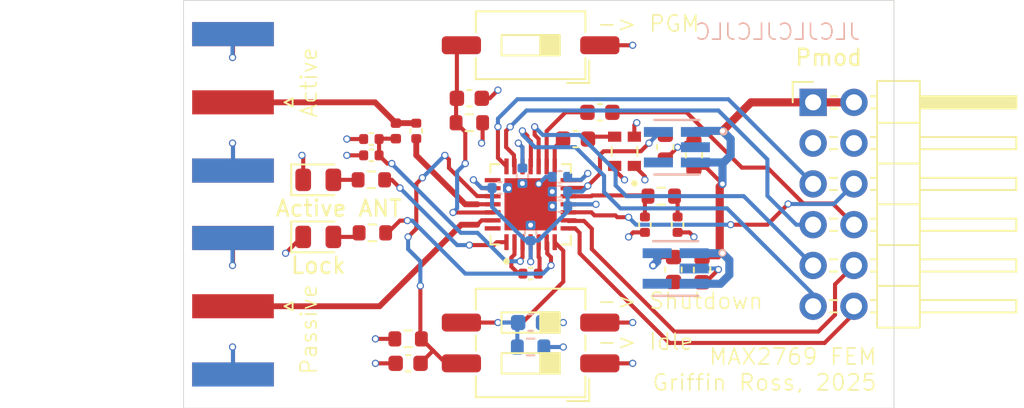
<source format=kicad_pcb>
(kicad_pcb (version 20241229) (generator "pcbnew") (generator_version "9.0")
  (layers (0 "F.Cu" signal) (4 "In1.Cu" signal) (6 "In2.Cu" signal) (2 "B.Cu" signal) (13 "F.Paste" user) (15 "B.Paste" user) (5 "F.SilkS" user "F.Silkscreen") (7 "B.SilkS" user "B.Silkscreen") (1 "F.Mask" user) (3 "B.Mask" user) (25 "Edge.Cuts" user))
  (net 0 "")
  (net 1 "GND")
  (net 2 "Net-(U1-CPOUT)")
  (net 3 "Net-(C2-Pad1)")
  (net 4 "/LNAOUT")
  (net 5 "Net-(U1-MIXIN)")
  (net 6 "/ANTBIAS")
  (net 7 "Net-(U1-LNA2)")
  (net 8 "/ANT2")
  (net 9 "Net-(U1-~{SHDN})")
  (net 10 "Net-(U1-~{IDLE})")
  (net 11 "Net-(U1-PGM)")
  (net 12 "Net-(U1-XTAL)")
  (net 13 "Net-(Y1-OUTPUT)")
  (net 14 "+3VA")
  (net 15 "+3VD")
  (net 16 "+3.3V")
  (net 17 "/CLKOUT")
  (net 18 "/I0")
  (net 19 "/SCK")
  (net 20 "/Q0")
  (net 21 "/DIN")
  (net 22 "/Q1")
  (net 23 "/I1")
  (net 24 "/CS")
  (net 25 "/ANT1")
  (net 26 "Net-(LED1-A)")
  (net 27 "Net-(LED2-A)")
  (net 28 "Net-(U1-LD)")
  (net 29 "Net-(U1-ANTFLAG)")
  (net 34 "Net-(U1-CLKOUT)")
  (footprint "Custom:PinHeader_2x06_P2.54mm_Horizontal_Pmod" (layer "F.Cu") (at 168.4305 101.07)
    (property "Reference" "J1" (hide yes))
    (property "Value" "Pmod")
  )
  (footprint "Capacitor_SMD:C_0402_1005Metric" (layer "F.Cu") (at 142.748 105.156 180)
    (property "Reference" "C4" (hide yes))
    (property "Value" "0.1u" (hide yes))
  )
  (footprint "Resistor_SMD:R_0603_1608Metric" (layer "F.Cu") (at 148.844 104.14 180)
    (property "Reference" "R6" (hide yes))
    (property "Value" "10k" (hide yes))
  )
  (footprint "Button_Switch_SMD:SW_DIP_SPSTx02_Slide_6.7x6.64mm_W8.61mm_P2.54mm_LowProfile" (layer "F.Cu") (at 152.654 117.856 180)
    (property "Reference" "SW1" (hide yes))
    (property "Value" "SW_DIP_x02" (hide yes))
  )
  (footprint "Capacitor_SMD:C_0402_1005Metric" (layer "F.Cu") (at 161.798 110.49 -90)
    (property "Reference" "C2" (hide yes))
    (property "Value" "0.47n" (hide yes))
  )
  (footprint "Inductor_SMD:L_0402_1005Metric" (layer "F.Cu") (at 144.272 104.648 90)
    (property "Reference" "L1" (hide yes))
    (property "Value" "33n" (hide yes))
  )
  (footprint "Capacitor_SMD:C_0603_1608Metric" (layer "F.Cu") (at 148.844 102.616)
    (property "Reference" "C9" (hide yes))
    (property "Value" "1u" (hide yes))
  )
  (footprint "ECS-TXO-20CSMV4-192-AN-TR:OSC_ECS-TXO-20CSMV4-192-AN-TR" (layer "F.Cu") (at 158.496 105.918 90)
    (property "Reference" "Y1" (hide yes))
    (property "Value" "19.2 Mhz" (hide yes))
  )
  (footprint "Resistor_SMD:R_0603_1608Metric" (layer "F.Cu") (at 142.811 110.998)
    (property "Reference" "R4" (hide yes))
    (property "Value" "220" (hide yes))
  )
  (footprint "LED_SMD:LED_0805_2012Metric" (layer "F.Cu") (at 139.446 107.696)
    (property "Reference" "LED1" (hide yes))
    (property "Value" "Active ANT")
  )
  (footprint "Capacitor_SMD:C_0603_1608Metric" (layer "F.Cu") (at 163.322 113.297 -90)
    (property "Reference" "C20" (hide yes))
    (property "Value" "1u" (hide yes))
  )
  (footprint "MAX2769ETI_:QFN50P500X500X80-29N" (layer "F.Cu") (at 152.654 109.22 90)
    (property "Reference" "U1" (hide yes))
    (property "Value" "MAX2769ETI_" (hide yes))
  )
  (footprint "Capacitor_SMD:C_0402_1005Metric" (layer "F.Cu") (at 145.542 104.648 -90)
    (property "Reference" "C6" (hide yes))
    (property "Value" "100p" (hide yes))
  )
  (footprint "Capacitor_SMD:C_0603_1608Metric" (layer "F.Cu") (at 155.448 105.156)
    (property "Reference" "C10" (hide yes))
    (property "Value" "10n" (hide yes))
  )
  (footprint "Connector_Coaxial:SMA_Amphenol_132289_EdgeMount" (layer "F.Cu") (at 134.1405 102.87 180)
    (property "Reference" "J3" (hide yes))
    (property "Value" "Active ANT" (hide yes))
  )
  (footprint "Resistor_SMD:R_0603_1608Metric" (layer "F.Cu") (at 145.034 117.602)
    (property "Reference" "R3" (hide yes))
    (property "Value" "10k" (hide yes))
  )
  (footprint "Capacitor_SMD:C_0603_1608Metric" (layer "F.Cu") (at 145.034 119.126 180)
    (property "Reference" "C8" (hide yes))
    (property "Value" "1u" (hide yes))
  )
  (footprint "Capacitor_SMD:C_0603_1608Metric" (layer "F.Cu") (at 161.544 113.284 -90)
    (property "Reference" "C21" (hide yes))
    (property "Value" "1u" (hide yes))
  )
  (footprint "Button_Switch_SMD:SW_DIP_SPSTx01_Slide_6.7x4.1mm_W8.61mm_P2.54mm_LowProfile" (layer "F.Cu") (at 152.654 99.314 180)
    (property "Reference" "SW2" (hide yes))
    (property "Value" "SW_DIP_x01" (hide yes))
  )
  (footprint "Resistor_SMD:R_0603_1608Metric" (layer "F.Cu") (at 160.782 108.712)
    (property "Reference" "R1" (hide yes))
    (property "Value" "20k" (hide yes))
  )
  (footprint "Connector_Coaxial:SMA_Amphenol_132289_EdgeMount" (layer "F.Cu") (at 134.1405 115.57 180)
    (property "Reference" "J2" (hide yes))
    (property "Value" "Passive ANT" (hide yes))
  )
  (footprint "Capacitor_SMD:C_0402_1005Metric" (layer "F.Cu") (at 152.654 113.538)
    (property "Reference" "C3" (hide yes))
    (property "Value" "0.47n" (hide yes))
  )
  (footprint "Resistor_SMD:R_0603_1608Metric" (layer "F.Cu") (at 142.748 107.696)
    (property "Reference" "R5" (hide yes))
    (property "Value" "220" (hide yes))
  )
  (footprint "LED_SMD:LED_0805_2012Metric" (layer "F.Cu") (at 139.446 111.252)
    (property "Reference" "LED2" (hide yes))
    (property "Value" "Lock")
  )
  (footprint "Capacitor_SMD:C_0402_1005Metric" (layer "F.Cu") (at 142.748 106.172 180)
    (property "Reference" "C5" (hide yes))
    (property "Value" "100p" (hide yes))
  )
  (footprint "Capacitor_SMD:C_0603_1608Metric" (layer "F.Cu") (at 162.814 106.172 90)
    (property "Reference" "C18" (hide yes))
    (property "Value" "1u" (hide yes))
  )
  (footprint "Capacitor_SMD:C_0402_1005Metric" (layer "F.Cu") (at 159.766 110.49 -90)
    (property "Reference" "C1" (hide yes))
    (property "Value" "27p" (hide yes))
  )
  (footprint "Capacitor_SMD:C_0603_1608Metric" (layer "F.Cu") (at 161.036 105.664 -90)
    (property "Reference" "C19" (hide yes))
    (property "Value" "1u" (hide yes))
  )
  (footprint "Capacitor_SMD:C_0603_1608Metric" (layer "F.Cu") (at 156.964662 103.491199)
    (property "Reference" "C17" (hide yes))
    (property "Value" "10n" (hide yes))
  )
  (footprint "Resistor_SMD:R_0603_1608Metric" (layer "B.Cu") (at 152.654 118.11 180)
    (property "Reference" "R2" (hide yes))
    (property "Value" "10k" (hide yes))
  )
  (footprint "Capacitor_SMD:C_0402_1005Metric" (layer "B.Cu") (at 154.481234 107.510641 180)
    (property "Reference" "C13" (hide yes))
    (property "Value" "0.1u" (hide yes))
  )
  (footprint "Capacitor_SMD:C_0402_1005Metric" (layer "B.Cu") (at 150.737072 108.200236)
    (property "Reference" "C16" (hide yes))
    (property "Value" "0.1u" (hide yes))
  )
  (footprint "footprints:DBV0005A-IPC_A" (layer "B.Cu") (at 161.756 105.664 180)
    (property "Reference" "U2" (hide yes))
    (property "Value" "TPS7A2030PDBVR" (hide yes))
  )
  (footprint "footprints:DBV0005A-IPC_A" (layer "B.Cu") (at 161.678483 113.218001 180)
    (property "Reference" "U3" (hide yes))
    (property "Value" "TPS7A2030PDBVR" (hide yes))
  )
  (footprint "Capacitor_SMD:C_0402_1005Metric" (layer "B.Cu") (at 154.479298 108.428172 180)
    (property "Reference" "C12" (hide yes))
    (property "Value" "0.1u" (hide yes))
  )
  (footprint "Capacitor_SMD:C_0402_1005Metric" (layer "B.Cu") (at 152.654 110.998 90)
    (property "Reference" "C14" (hide yes))
    (property "Value" "0.1u" (hide yes))
  )
  (footprint "Capacitor_SMD:C_0603_1608Metric" (layer "B.Cu") (at 152.654 116.586)
    (property "Reference" "C7" (hide yes))
    (property "Value" "1u" (hide yes))
  )
  (footprint "Capacitor_SMD:C_0402_1005Metric" (layer "B.Cu") (at 154.486898 109.33878 180)
    (property "Reference" "C11" (hide yes))
    (property "Value" "0.1u" (hide yes))
  )
  (footprint "Capacitor_SMD:C_0402_1005Metric" (layer "B.Cu") (at 152.146 107.442 -90)
    (property "Reference" "C15" (hide yes))
    (property "Value" "0.1u" (hide yes))
  )
  (gr_rect (start 131.064 96.52) (end 175.26 121.92) (stroke (width 0.05)) (fill no) (layer "Edge.Cuts"))
  (gr_text "-> Idle" (at 156.718 118.364 0) (layer "F.SilkS") (effects (font (size 1 1) (thickness 0.1)) (justify left bottom)))
  (gr_text "Passive" (at 139.446 119.888 90) (layer "F.SilkS") (effects (font (size 1 1) (thickness 0.1)) (justify left bottom)))
  (gr_text "-> Shutdown" (at 156.718 115.824 0) (layer "F.SilkS") (effects (font (size 1 1) (thickness 0.1)) (justify left bottom)))
  (gr_text "-> PGM" (at 156.718 98.552 0) (layer "F.SilkS") (effects (font (size 1 1) (thickness 0.1)) (justify left bottom)))
  (gr_text "Active" (at 139.446 103.886 90) (layer "F.SilkS") (effects (font (size 1 1) (thickness 0.1)) (justify left bottom)))
  (gr_text "MAX2769 FEM\nGriffin Ross, 2025" (at 174.244 120.904 0) (layer "F.SilkS") (effects (font (size 1 1) (thickness 0.1)) (justify right bottom)))
  (gr_text "JLCJLCJLCJLC" (at 173.228 99.06 0) (layer "B.SilkS") (effects (font (size 1 1) (thickness 0.1)) (justify left bottom mirror)))
  (segment (start 142.268 105.156) (end 141.224 105.156) (width 0.254) (layer "F.Cu") (net 1))
  (segment (start 150.114 102.616) (end 150.622 102.108) (width 0.254) (layer "F.Cu") (net 1))
  (segment (start 138.5085 107.696) (end 138.5085 106.2505) (width 0.254) (layer "F.Cu") (net 1))
  (segment (start 134.1405 111.32) (end 134.1405 113.0015) (width 0.254) (layer "F.Cu") (net 1))
  (segment (start 156.959 99.314) (end 159.004 99.314) (width 0.254) (layer "F.Cu") (net 1))
  (segment (start 134.1405 98.62) (end 134.1405 100.0475) (width 0.254) (layer "F.Cu") (net 1))
  (segment (start 149.619 102.616) (end 150.114 102.616) (width 0.254) (layer "F.Cu") (net 1))
  (segment (start 163.55 114.072) (end 164.338 113.284) (width 0.254) (layer "F.Cu") (net 1))
  (segment (start 163.309 114.059) (end 163.322 114.072) (width 0.254) (layer "F.Cu") (net 1))
  (segment (start 162.319 105.397) (end 162.814 105.397) (width 0.254) (layer "F.Cu") (net 1))
  (segment (start 156.959 116.586) (end 159.004 116.586) (width 0.254) (layer "F.Cu") (net 1))
  (segment (start 134.1405 113.0015) (end 134.112 113.03) (width 0.254) (layer "F.Cu") (net 1))
  (segment (start 161.036 106.439) (end 161.036 106.426) (width 0.254) (layer "F.Cu") (net 1))
  (segment (start 159.766 110.97) (end 159.032 110.97) (width 0.254) (layer "F.Cu") (net 1))
  (segment (start 159.766 107.4855) (end 159.1085 106.828) (width 0.254) (layer "F.Cu") (net 1))
  (segment (start 134.1405 118.1385) (end 134.112 118.11) (width 0.254) (layer "F.Cu") (net 1))
  (segment (start 159.1085 105.008) (end 159.1085 104.2895) (width 0.254) (layer "F.Cu") (net 1))
  (segment (start 156.959 119.126) (end 159.004 119.126) (width 0.254) (layer "F.Cu") (net 1))
  (segment (start 144.259 119.126) (end 143.002 119.126) (width 0.254) (layer "F.Cu") (net 1))
  (segment (start 138.5085 111.252) (end 138.43 111.252) (width 0.254) (layer "F.Cu") (net 1))
  (segment (start 161.544 114.059) (end 163.309 114.059) (width 0.254) (layer "F.Cu") (net 1))
  (segment (start 138.5085 106.2505) (end 138.43 106.172) (width 0.254) (layer "F.Cu") (net 1))
  (segment (start 161.036 106.426) (end 161.798 105.664) (width 0.254) (layer "F.Cu") (net 1))
  (segment (start 161.798 105.664) (end 162.052 105.664) (width 0.254) (layer "F.Cu") (net 1))
  (segment (start 134.1405 105.4385) (end 134.112 105.41) (width 0.254) (layer "F.Cu") (net 1))
  (segment (start 138.43 111.252) (end 137.414 112.268) (width 0.254) (layer "F.Cu") (net 1))
  (segment (start 142.268 106.172) (end 141.224 106.172) (width 0.254) (layer "F.Cu") (net 1))
  (segment (start 159.1085 104.2895) (end 159.258 104.14) (width 0.254) (layer "F.Cu") (net 1))
  (segment (start 134.1405 107.12) (end 134.1405 105.4385) (width 0.254) (layer "F.Cu") (net 1))
  (segment (start 159.766 107.696) (end 159.766 107.4855) (width 0.254) (layer "F.Cu") (net 1))
  (segment (start 161.798 110.97) (end 162.532 110.97) (width 0.254) (layer "F.Cu") (net 1))
  (segment (start 134.1405 119.82) (end 134.1405 118.1385) (width 0.254) (layer "F.Cu") (net 1))
  (segment (start 134.1405 100.0475) (end 134.112 100.076) (width 0.254) (layer "F.Cu") (net 1))
  (segment (start 162.052 105.664) (end 162.319 105.397) (width 0.254) (layer "F.Cu") (net 1))
  (segment (start 162.532 110.97) (end 162.814 111.252) (width 0.254) (layer "F.Cu") (net 1))
  (segment (start 159.032 110.97) (end 158.75 111.252) (width 0.254) (layer "F.Cu") (net 1))
  (segment (start 163.322 114.072) (end 163.55 114.072) (width 0.254) (layer "F.Cu") (net 1))
  (via (at 143.002 119.126) (size 0.45) (drill 0.3) (layers "F.Cu" "B.Cu") (net 1))
  (via (at 138.43 106.172) (size 0.45) (drill 0.3) (layers "F.Cu" "B.Cu") (net 1))
  (via (at 164.338 113.284) (size 0.45) (drill 0.3) (layers "F.Cu" "B.Cu") (net 1))
  (via (at 159.004 116.586) (size 0.45) (drill 0.3) (layers "F.Cu" "B.Cu") (net 1))
  (via (at 159.258 104.14) (size 0.45) (drill 0.3) (layers "F.Cu" "B.Cu") (net 1))
  (via (at 152.654 110.518) (size 0.45) (drill 0.3) (layers "F.Cu" "B.Cu") (net 1))
  (via (at 141.224 105.156) (size 0.45) (drill 0.3) (layers "F.Cu" "B.Cu") (net 1))
  (via (at 152.146 107.922) (size 0.45) (drill 0.3) (layers "F.Cu" "B.Cu") (net 1))
  (via (at 158.75 111.252) (size 0.45) (drill 0.3) (layers "F.Cu" "B.Cu") (net 1))
  (via (at 141.224 106.172) (size 0.45) (drill 0.3) (layers "F.Cu" "B.Cu") (net 1))
  (via (at 134.112 100.076) (size 0.45) (drill 0.3) (layers "F.Cu" "B.Cu") (net 1))
  (via (at 162.814 111.252) (size 0.45) (drill 0.3) (layers "F.Cu" "B.Cu") (net 1))
  (via (at 134.112 105.41) (size 0.45) (drill 0.3) (layers "F.Cu" "B.Cu") (net 1))
  (via (at 159.004 99.314) (size 0.45) (drill 0.3) (layers "F.Cu" "B.Cu") (net 1))
  (via (at 161.798 105.664) (size 0.45) (drill 0.3) (layers "F.Cu" "B.Cu") (net 1))
  (via (at 154.686 116.586) (size 0.45) (drill 0.3) (layers "F.Cu" "B.Cu") (net 1))
  (via (at 153.162 107.95) (size 0.45) (drill 0.3) (layers "F.Cu" "B.Cu") (net 1))
  (via (at 154.006898 109.33878) (size 0.45) (drill 0.3) (layers "F.Cu" "B.Cu") (net 1))
  (via (at 137.414 112.268) (size 0.45) (drill 0.3) (layers "F.Cu" "B.Cu") (net 1))
  (via (at 134.112 118.11) (size 0.45) (drill 0.3) (layers "F.Cu" "B.Cu") (net 1))
  (via (at 150.622 102.108) (size 0.45) (drill 0.3) (layers "F.Cu" "B.Cu") (net 1))
  (via (at 153.999298 108.428172) (size 0.45) (drill 0.3) (layers "F.Cu" "B.Cu") (net 1))
  (via (at 159.004 119.126) (size 0.45) (drill 0.3) (layers "F.Cu" "B.Cu") (net 1))
  (via (at 151.287875 108.242386) (size 0.45) (drill 0.3) (layers "F.Cu" "B.Cu") (net 1))
  (via (at 134.112 113.03) (size 0.45) (drill 0.3) (layers "F.Cu" "B.Cu") (net 1))
  (via (at 159.766 107.696) (size 0.45) (drill 0.3) (layers "F.Cu" "B.Cu") (net 1))
  (segment (start 134.112 111.3485) (end 134.1405 111.32) (width 0.254) (layer "B.Cu") (net 1))
  (segment (start 134.112 113.03) (end 134.112 111.3485) (width 0.254) (layer "B.Cu") (net 1))
  (segment (start 134.112 98.6485) (end 134.1405 98.62) (width 0.254) (layer "B.Cu") (net 1))
  (segment (start 154.001234 107.510641) (end 153.601359 107.510641) (width 0.254) (layer "B.Cu") (net 1))
  (segment (start 134.1405 105.4385) (end 134.112 105.41) (width 0.254) (layer "B.Cu") (net 1))
  (segment (start 134.1405 118.1385) (end 134.112 118.11) (width 0.254) (layer "B.Cu") (net 1))
  (segment (start 164.272001 113.218001) (end 164.338 113.284) (width 0.254) (layer "B.Cu") (net 1))
  (segment (start 134.1405 119.82) (end 134.1405 118.1385) (width 0.254) (layer "B.Cu") (net 1))
  (segment (start 153.601359 107.510641) (end 153.162 107.95) (width 0.254) (layer "B.Cu") (net 1))
  (segment (start 134.1405 107.12) (end 134.1405 105.4385) (width 0.254) (layer "B.Cu") (net 1))
  (segment (start 162.828966 113.218001) (end 164.272001 113.218001) (width 0.254) (layer "B.Cu") (net 1))
  (segment (start 134.112 100.076) (end 134.112 98.6485) (width 0.254) (layer "B.Cu") (net 1))
  (segment (start 162.906483 105.664) (end 161.798 105.664) (width 0.254) (layer "B.Cu") (net 1))
  (segment (start 153.429 116.586) (end 154.686 116.586) (width 0.254) (layer "B.Cu") (net 1))
  (segment (start 159.766 108.903) (end 159.957 108.712) (width 0.254) (layer "F.Cu") (net 2))
  (segment (start 156.488939 108.667) (end 159.912 108.667) (width 0.254) (layer "F.Cu") (net 2))
  (segment (start 159.766 110.01) (end 159.766 108.903) (width 0.254) (layer "F.Cu") (net 2))
  (segment (start 159.912 108.667) (end 159.957 108.712) (width 0.254) (layer "F.Cu") (net 2))
  (segment (start 155.014 108.72) (end 156.435939 108.72) (width 0.254) (layer "F.Cu") (net 2))
  (segment (start 156.435939 108.72) (end 156.488939 108.667) (width 0.254) (layer "F.Cu") (net 2))
  (segment (start 161.798 108.903) (end 161.607 108.712) (width 0.254) (layer "F.Cu") (net 3))
  (segment (start 161.798 110.01) (end 161.798 108.903) (width 0.254) (layer "F.Cu") (net 3))
  (segment (start 151.654 111.58) (end 151.654 112.343894) (width 0.254) (layer "F.Cu") (net 4))
  (segment (start 151.456541 113.10054) (end 151.894001 113.538) (width 0.254) (layer "F.Cu") (net 4))
  (segment (start 151.456541 112.541353) (end 151.456541 113.10054) (width 0.254) (layer "F.Cu") (net 4))
  (segment (start 151.654 112.343894) (end 151.456541 112.541353) (width 0.254) (layer "F.Cu") (net 4))
  (segment (start 151.894001 113.538) (end 152.174 113.538) (width 0.254) (layer "F.Cu") (net 4))
  (segment (start 153.134 113.538) (end 153.212 113.46) (width 0.254) (layer "F.Cu") (net 5))
  (segment (start 153.154 112.509939) (end 153.154 111.58) (width 0.254) (layer "F.Cu") (net 5))
  (segment (start 153.212 112.567939) (end 153.154 112.509939) (width 0.254) (layer "F.Cu") (net 5))
  (segment (start 153.212 113.46) (end 153.212 112.567939) (width 0.254) (layer "F.Cu") (net 5))
  (segment (start 144.272 105.133) (end 143.251 105.133) (width 0.254) (layer "F.Cu") (net 6))
  (segment (start 152.154 112.519939) (end 152.009541 112.664398) (width 0.254) (layer "F.Cu") (net 6))
  (segment (start 143.251 105.133) (end 143.228 105.156) (width 0.254) (layer "F.Cu") (net 6))
  (segment (start 152.009541 112.664398) (end 152.009541 112.770414) (width 0.254) (layer "F.Cu") (net 6))
  (segment (start 143.736 106.68) (end 143.228 106.172) (width 0.254) (layer "F.Cu") (net 6))
  (segment (start 144.018 106.68) (end 143.736 106.68) (width 0.254) (layer "F.Cu") (net 6))
  (segment (start 152.154 111.58) (end 152.154 112.519939) (width 0.254) (layer "F.Cu") (net 6))
  (segment (start 143.228 106.172) (end 143.228 105.156) (width 0.254) (layer "F.Cu") (net 6))
  (via (at 152.009541 112.770414) (size 0.45) (drill 0.3) (layers "F.Cu" "B.Cu") (net 6))
  (via (at 144.018 106.68) (size 0.45) (drill 0.3) (layers "F.Cu" "B.Cu") (net 6))
  (segment (start 151.124414 112.770414) (end 149.352 110.998) (width 0.254) (layer "B.Cu") (net 6))
  (segment (start 152.009541 112.770414) (end 151.124414 112.770414) (width 0.254) (layer "B.Cu") (net 6))
  (segment (start 149.352 110.998) (end 148.315939 110.998) (width 0.254) (layer "B.Cu") (net 6))
  (segment (start 148.315939 110.998) (end 144.018 106.700061) (width 0.254) (layer "B.Cu") (net 6))
  (segment (start 144.018 106.700061) (end 144.018 106.68) (width 0.254) (layer "B.Cu") (net 6))
  (segment (start 150.294 109.22) (end 149.352 109.22) (width 0.254) (layer "F.Cu") (net 7))
  (segment (start 148.59 109.22) (end 145.542 106.172) (width 0.36563) (layer "F.Cu") (net 7))
  (segment (start 145.542 106.172) (end 145.542 105.128) (width 0.36563) (layer "F.Cu") (net 7))
  (segment (start 149.352 109.22) (end 148.59 109.22) (width 0.36563) (layer "F.Cu") (net 7))
  (segment (start 144.272 104.163) (end 145.537 104.163) (width 0.36563) (layer "F.Cu") (net 8))
  (segment (start 145.537 104.163) (end 145.542 104.168) (width 0.36563) (layer "F.Cu") (net 8))
  (segment (start 142.979 102.87) (end 144.272 104.163) (width 0.36563) (layer "F.Cu") (net 8))
  (segment (start 134.1405 102.87) (end 142.979 102.87) (width 0.36563) (layer "F.Cu") (net 8))
  (segment (start 154.154 111.58) (end 154.686 112.112) (width 0.254) (layer "F.Cu") (net 9))
  (segment (start 154.686 114.046) (end 152.146 116.586) (width 0.254) (layer "F.Cu") (net 9))
  (segment (start 150.622 116.586) (end 148.349 116.586) (width 0.254) (layer "F.Cu") (net 9))
  (segment (start 154.686 112.112) (end 154.686 114.046) (width 0.254) (layer "F.Cu") (net 9))
  (segment (start 152.146 116.586) (end 150.622 116.586) (width 0.254) (layer "F.Cu") (net 9))
  (via (at 150.622 116.586) (size 0.45) (drill 0.3) (layers "F.Cu" "B.Cu") (net 9))
  (segment (start 151.879 116.586) (end 150.622 116.586) (width 0.254) (layer "B.Cu") (net 9))
  (segment (start 151.829 116.636) (end 151.879 116.586) (width 0.254) (layer "B.Cu") (net 9))
  (segment (start 151.829 118.11) (end 151.829 116.636) (width 0.254) (layer "B.Cu") (net 9))
  (segment (start 145.542 107.95) (end 145.542 110.744) (width 0.254) (layer "F.Cu") (net 10))
  (segment (start 145.542 110.744) (end 145.034 111.252) (width 0.254) (layer "F.Cu") (net 10))
  (segment (start 148.349 119.126) (end 147.383 119.126) (width 0.254) (layer "F.Cu") (net 10))
  (segment (start 147.574 106.954061) (end 149.329124 108.709185) (width 0.254) (layer "F.Cu") (net 10))
  (segment (start 145.809 119.126) (end 145.809 119.113) (width 0.254) (layer "F.Cu") (net 10))
  (segment (start 147.383 119.126) (end 146.5895 118.3325) (width 0.254) (layer "F.Cu") (net 10))
  (segment (start 145.923 107.569) (end 145.542 107.95) (width 0.254) (layer "F.Cu") (net 10))
  (segment (start 149.329124 108.709185) (end 150.283185 108.709185) (width 0.254) (layer "F.Cu") (net 10))
  (segment (start 147.32 106.172) (end 147.574 106.426) (width 0.254) (layer "F.Cu") (net 10))
  (segment (start 145.809 119.113) (end 146.5895 118.3325) (width 0.254) (layer "F.Cu") (net 10))
  (segment (start 146.5895 118.3325) (end 145.796 117.539) (width 0.254) (layer "F.Cu") (net 10))
  (segment (start 150.283185 108.709185) (end 150.294 108.72) (width 0.254) (layer "F.Cu") (net 10))
  (segment (start 145.796 117.539) (end 145.796 114.3) (width 0.254) (layer "F.Cu") (net 10))
  (segment (start 147.574 106.426) (end 147.574 106.954061) (width 0.254) (layer "F.Cu") (net 10))
  (via (at 145.923 107.569) (size 0.45) (drill 0.3) (layers "F.Cu" "B.Cu") (net 10))
  (via (at 145.034 111.252) (size 0.45) (drill 0.3) (layers "F.Cu" "B.Cu") (net 10))
  (via (at 147.32 106.172) (size 0.45) (drill 0.3) (layers "F.Cu" "B.Cu") (net 10))
  (via (at 145.796 114.3) (size 0.45) (drill 0.3) (layers "F.Cu" "B.Cu") (net 10))
  (segment (start 145.923 107.569) (end 147.32 106.172) (width 0.254) (layer "B.Cu") (net 10))
  (segment (start 145.034 112.014) (end 145.034 111.252) (width 0.254) (layer "B.Cu") (net 10))
  (segment (start 145.796 112.776) (end 145.034 112.014) (width 0.254) (layer "B.Cu") (net 10))
  (segment (start 145.796 114.3) (end 145.796 112.776) (width 0.254) (layer "B.Cu") (net 10))
  (segment (start 148.019 104.14) (end 148.019 102.666) (width 0.254) (layer "F.Cu") (net 11))
  (segment (start 148.59 106.68) (end 148.59 104.711) (width 0.254) (layer "F.Cu") (net 11))
  (segment (start 150.283185 109.730815) (end 150.294 109.72) (width 0.254) (layer "F.Cu") (net 11))
  (segment (start 148.019 102.666) (end 148.069 102.616) (width 0.254) (layer "F.Cu") (net 11))
  (segment (start 148.59 104.711) (end 148.019 104.14) (width 0.254) (layer "F.Cu") (net 11))
  (segment (start 148.069 99.594) (end 148.349 99.314) (width 0.254) (layer "F.Cu") (net 11))
  (segment (start 147.830815 109.730815) (end 150.283185 109.730815) (width 0.254) (layer "F.Cu") (net 11))
  (segment (start 148.069 102.616) (end 148.069 99.594) (width 0.254) (layer "F.Cu") (net 11))
  (segment (start 147.828 109.728) (end 147.830815 109.730815) (width 0.254) (layer "F.Cu") (net 11))
  (via (at 148.59 106.68) (size 0.45) (drill 0.3) (layers "F.Cu" "B.Cu") (net 11))
  (via (at 147.828 109.728) (size 0.45) (drill 0.3) (layers "F.Cu" "B.Cu") (net 11))
  (segment (start 148.082 107.188) (end 148.59 106.68) (width 0.254) (layer "B.Cu") (net 11))
  (segment (start 148.082 109.474) (end 148.082 107.188) (width 0.254) (layer "B.Cu") (net 11))
  (segment (start 147.828 109.728) (end 148.082 109.474) (width 0.254) (layer "B.Cu") (net 11))
  (segment (start 154.154 105.675) (end 154.673 105.156) (width 0.254) (layer "F.Cu") (net 12))
  (segment (start 154.154 106.86) (end 154.154 105.675) (width 0.254) (layer "F.Cu") (net 12))
  (segment (start 157.8835 105.008) (end 156.371 105.008) (width 0.254) (layer "F.Cu") (net 13))
  (segment (start 156.371 105.008) (end 156.223 105.156) (width 0.254) (layer "F.Cu") (net 13))
  (segment (start 160.02 105.41) (end 159.512 105.918) (width 0.254) (layer "F.Cu") (net 14))
  (segment (start 149.622 108.22) (end 150.294 108.22) (width 0.254) (layer "F.Cu") (net 14))
  (segment (start 157.191 105.918) (end 156.972 106.137) (width 0.254) (layer "F.Cu") (net 14))
  (segment (start 156.212823 108.074823) (end 156.212823 108.149174) (width 0.254) (layer "F.Cu") (net 14))
  (segment (start 155.037 108.197) (end 155.014 108.22) (width 0.254) (layer "F.Cu") (net 14))
  (segment (start 160.541 104.889) (end 160.02 105.41) (width 0.254) (layer "F.Cu") (net 14))
  (segment (start 156.212823 108.149174) (end 156.164997 108.197) (width 0.254) (layer "F.Cu") (net 14))
  (segment (start 152.654 111.58) (end 152.654 112.792) (width 0.254) (layer "F.Cu") (net 14))
  (segment (start 161.036 104.889) (end 160.541 104.889) (width 0.254) (layer "F.Cu") (net 14))
  (segment (start 156.972 106.137) (end 156.972 107.315646) (width 0.254) (layer "F.Cu") (net 14))
  (segment (start 149.098 107.696) (end 149.622 108.22) (width 0.254) (layer "F.Cu") (net 14))
  (segment (start 159.512 105.918) (end 157.191 105.918) (width 0.254) (layer "F.Cu") (net 14))
  (segment (start 156.718 109.22) (end 155.014 109.22) (width 0.254) (layer "F.Cu") (net 14))
  (segment (start 156.164997 108.197) (end 155.037 108.197) (width 0.254) (layer "F.Cu") (net 14))
  (segment (start 156.972 107.315646) (end 156.212823 108.074823) (width 0.254) (layer "F.Cu") (net 14))
  (segment (start 152.654 112.792) (end 152.659 112.797) (width 0.254) (layer "F.Cu") (net 14))
  (via (at 160.02 105.41) (size 0.45) (drill 0.3) (layers "F.Cu" "B.Cu") (net 14))
  (via (at 156.718 109.22) (size 0.45) (drill 0.3) (layers "F.Cu" "B.Cu") (net 14))
  (via (at 149.098 107.696) (size 0.45) (drill 0.3) (layers "F.Cu" "B.Cu") (net 14))
  (via (at 156.212823 108.074823) (size 0.45) (drill 0.3) (layers "F.Cu" "B.Cu") (net 14))
  (via (at 152.659 112.797) (size 0.45) (drill 0.3) (layers "F.Cu" "B.Cu") (net 14))
  (segment (start 154.959298 109.33118) (end 154.966898 109.33878) (width 0.254) (layer "B.Cu") (net 14))
  (segment (start 154.966898 109.33878) (end 154.966898 109.648779) (width 0.254) (layer "B.Cu") (net 14))
  (segment (start 156.212823 108.074823) (end 155.859474 108.428172) (width 0.254) (layer "B.Cu") (net 14))
  (segment (start 152.659 112.797) (end 152.659 111.483) (width 0.254) (layer "B.Cu") (net 14))
  (segment (start 160.605517 104.824483) (end 160.605517 104.713999) (width 0.254) (layer "B.Cu") (net 14))
  (segment (start 154.959298 108.428172) (end 154.959298 109.33118) (width 0.254) (layer "B.Cu") (net 14))
  (segment (start 155.859474 108.428172) (end 154.959298 108.428172) (width 0.254) (layer "B.Cu") (net 14))
  (segment (start 160.02 105.41) (end 160.605517 104.824483) (width 0.254) (layer "B.Cu") (net 14))
  (segment (start 154.966898 109.648779) (end 153.137677 111.478) (width 0.254) (layer "B.Cu") (net 14))
  (segment (start 150.253308 108.204) (end 150.257072 108.200236) (width 0.254) (layer "B.Cu") (net 14))
  (segment (start 149.606 108.204) (end 150.253308 108.204) (width 0.254) (layer "B.Cu") (net 14))
  (segment (start 152.654 111.478) (end 152.344001 111.478) (width 0.254) (layer "B.Cu") (net 14))
  (segment (start 150.257072 109.391071) (end 150.257072 108.200236) (width 0.254) (layer "B.Cu") (net 14))
  (segment (start 149.098 107.696) (end 149.606 108.204) (width 0.254) (layer "B.Cu") (net 14))
  (segment (start 152.344001 111.478) (end 150.257072 109.391071) (width 0.254) (layer "B.Cu") (net 14))
  (segment (start 155.085678 109.22) (end 154.966898 109.33878) (width 0.254) (layer "B.Cu") (net 14))
  (segment (start 152.659 111.483) (end 152.654 111.478) (width 0.254) (layer "B.Cu") (net 14))
  (segment (start 153.137677 111.478) (end 152.654 111.478) (width 0.254) (layer "B.Cu") (net 14))
  (segment (start 156.718 109.22) (end 155.085678 109.22) (width 0.254) (layer "B.Cu") (net 14))
  (segment (start 161.544 112.509) (end 160.795 112.509) (width 0.254) (layer "F.Cu") (net 15))
  (segment (start 149.669 105.347) (end 149.606 105.41) (width 0.254) (layer "F.Cu") (net 15))
  (segment (start 155.786 107.72) (end 155.014 107.72) (width 0.254) (layer "F.Cu") (net 15))
  (segment (start 160.795 112.509) (end 160.274 113.03) (width 0.254) (layer "F.Cu") (net 15))
  (segment (start 158.496 107.696) (end 157.8835 107.0835) (width 0.254) (layer "F.Cu") (net 15))
  (segment (start 156.21 107.297) (end 156.209 107.297) (width 0.254) (layer "F.Cu") (net 15))
  (segment (start 156.209 107.297) (end 155.786 107.72) (width 0.254) (layer "F.Cu") (net 15))
  (segment (start 152.154 105.672) (end 152.154 106.86) (width 0.254) (layer "F.Cu") (net 15))
  (segment (start 157.8835 107.0835) (end 157.8835 106.828) (width 0.254) (layer "F.Cu") (net 15))
  (segment (start 149.669 104.14) (end 149.669 105.347) (width 0.254) (layer "F.Cu") (net 15))
  (segment (start 151.892 105.41) (end 152.154 105.672) (width 0.254) (layer "F.Cu") (net 15))
  (segment (start 144.209 117.602) (end 143.002 117.602) (width 0.254) (layer "F.Cu") (net 15))
  (via (at 160.274 113.03) (size 0.45) (drill 0.3) (layers "F.Cu" "B.Cu") (net 15))
  (via (at 151.892 105.41) (size 0.45) (drill 0.3) (layers "F.Cu" "B.Cu") (net 15))
  (via (at 143.002 117.602) (size 0.45) (drill 0.3) (layers "F.Cu" "B.Cu") (net 15))
  (via (at 149.606 105.41) (size 0.45) (drill 0.3) (layers "F.Cu" "B.Cu") (net 15))
  (via (at 158.496 107.696) (size 0.45) (drill 0.3) (layers "F.Cu" "B.Cu") (net 15))
  (via (at 156.21 107.297) (size 0.45) (drill 0.3) (layers "F.Cu" "B.Cu") (net 15))
  (via (at 154.686 118.11) (size 0.45) (drill 0.3) (layers "F.Cu" "B.Cu") (net 15))
  (segment (start 160.528 112.776) (end 160.528 112.268) (width 0.508) (layer "B.Cu") (net 15))
  (segment (start 151.892 105.41) (end 152.146 105.664) (width 0.254) (layer "B.Cu") (net 15))
  (segment (start 153.479 118.11) (end 154.686 118.11) (width 0.254) (layer "B.Cu") (net 15))
  (segment (start 160.274 113.03) (end 160.528 112.776) (width 0.508) (layer "B.Cu") (net 15))
  (segment (start 155.146593 107.696) (end 154.961234 107.510641) (width 0.254) (layer "B.Cu") (net 15))
  (segment (start 152.146 105.664) (end 152.146 106.962) (width 0.254) (layer "B.Cu") (net 15))
  (segment (start 156.21 107.297) (end 155.811 107.696) (width 0.254) (layer "B.Cu") (net 15))
  (segment (start 155.811 107.696) (end 155.146593 107.696) (width 0.254) (layer "B.Cu") (net 15))
  (segment (start 163.322 112.522) (end 164.338 112.522) (width 0.254) (layer "F.Cu") (net 16))
  (segment (start 164.42 112.096) (end 164.592 112.268) (width 0.508) (layer "F.Cu") (net 16))
  (segment (start 170.2305 102.87) (end 172.7705 102.87) (width 0.508) (layer "F.Cu") (net 16))
  (segment (start 162.814 106.947) (end 163.589 106.947) (width 0.254) (layer "F.Cu") (net 16))
  (segment (start 164.338 112.522) (end 164.592 112.268) (width 0.254) (layer "F.Cu") (net 16))
  (segment (start 164.42 108.122) (end 164.42 112.096) (width 0.508) (layer "F.Cu") (net 16))
  (segment (start 163.589 106.947) (end 164.592 107.95) (width 0.254) (layer "F.Cu") (net 16))
  (segment (start 170.2305 102.87) (end 166.37 102.87) (width 0.508) (layer "F.Cu") (net 16))
  (segment (start 166.37 102.87) (end 164.592 104.648) (width 0.508) (layer "F.Cu") (net 16))
  (segment (start 164.592 107.95) (end 164.42 108.122) (width 0.508) (layer "F.Cu") (net 16))
  (via (at 164.592 112.268) (size 0.45) (drill 0.3) (layers "F.Cu" "B.Cu") (net 16))
  (via (at 164.592 104.648) (size 0.45) (drill 0.3) (layers "F.Cu" "B.Cu") (net 16))
  (via (at 164.592 107.95) (size 0.45) (drill 0.3) (layers "F.Cu" "B.Cu") (net 16))
  (segment (start 164.592 112.268) (end 162.828966 112.268) (width 0.508) (layer "B.Cu") (net 16))
  (segment (start 164.592 106.614001) (end 164.592 107.95) (width 0.508) (layer "B.Cu") (net 16))
  (segment (start 165.018 113.62) (end 164.469998 114.168002) (width 0.508) (layer "B.Cu") (net 16))
  (segment (start 164.657999 106.614001) (end 164.592 106.614001) (width 0.508) (layer "B.Cu") (net 16))
  (segment (start 164.592 104.648) (end 165.1 105.156) (width 0.508) (layer "B.Cu") (net 16))
  (segment (start 165.1 105.156) (end 165.1 106.172) (width 0.508) (layer "B.Cu") (net 16))
  (segment (start 165.1 106.172) (end 164.657999 106.614001) (width 0.508) (layer "B.Cu") (net 16))
  (segment (start 165.018 112.694) (end 165.018 113.62) (width 0.508) (layer "B.Cu") (net 16))
  (segment (start 164.592 106.614001) (end 162.906483 106.614001) (width 0.508) (layer "B.Cu") (net 16))
  (segment (start 164.592 104.648) (end 162.972482 104.648) (width 0.508) (layer "B.Cu") (net 16))
  (segment (start 164.469998 114.168002) (end 162.828966 114.168002) (width 0.508) (layer "B.Cu") (net 16))
  (segment (start 164.592 112.268) (end 165.018 112.694) (width 0.508) (layer "B.Cu") (net 16))
  (segment (start 162.972482 104.648) (end 162.906483 104.713999) (width 0.508) (layer "B.Cu") (net 16))
  (segment (start 165.7985 106.934) (end 167.386 106.934) (width 0.254) (layer "F.Cu") (net 17))
  (segment (start 162.355699 103.491199) (end 165.7985 106.934) (width 0.254) (layer "F.Cu") (net 17))
  (segment (start 157.739662 103.491199) (end 162.355699 103.491199) (width 0.254) (layer "F.Cu") (net 17))
  (segment (start 167.386 106.934) (end 169.6215 109.1695) (width 0.254) (layer "F.Cu") (net 17))
  (segment (start 171.45 109.1695) (end 172.7705 110.49) (width 0.254) (layer "F.Cu") (net 17))
  (segment (start 169.6215 109.1695) (end 171.45 109.1695) (width 0.254) (layer "F.Cu") (net 17))
  (segment (start 151.13 104.648) (end 151.384 104.394) (width 0.254) (layer "F.Cu") (net 18))
  (segment (start 151.654 106.86) (end 151.62 106.826) (width 0.254) (layer "F.Cu") (net 18))
  (segment (start 151.62 106.154) (end 151.13 105.664) (width 0.254) (layer "F.Cu") (net 18))
  (segment (start 151.62 106.826) (end 151.62 106.154) (width 0.254) (layer "F.Cu") (net 18))
  (segment (start 151.13 105.664) (end 151.13 104.648) (width 0.254) (layer "F.Cu") (net 18))
  (via (at 151.384 104.394) (size 0.45) (drill 0.3) (layers "F.Cu" "B.Cu") (net 18))
  (segment (start 151.384 104.394) (end 152.4 103.378) (width 0.254) (layer "B.Cu") (net 18))
  (segment (start 169.181124 110.49) (end 170.2305 110.49) (width 0.254) (layer "B.Cu") (net 18))
  (segment (start 164.338 103.378) (end 167.386 106.426) (width 0.254) (layer "B.Cu") (net 18))
  (segment (start 167.386 108.694876) (end 169.181124 110.49) (width 0.254) (layer "B.Cu") (net 18))
  (segment (start 167.386 106.426) (end 167.386 108.694876) (width 0.254) (layer "B.Cu") (net 18))
  (segment (start 152.4 103.378) (end 164.338 103.378) (width 0.254) (layer "B.Cu") (net 18))
  (segment (start 156.464 110.744) (end 155.977 110.257) (width 0.254) (layer "F.Cu") (net 19))
  (segment (start 155.977 110.257) (end 155.014 110.257) (width 0.254) (layer "F.Cu") (net 19))
  (segment (start 172.7705 113.03) (end 171.5925 114.208) (width 0.254) (layer "F.Cu") (net 19))
  (segment (start 171.5925 116.104532) (end 170.550032 117.147) (width 0.254) (layer "F.Cu") (net 19))
  (segment (start 170.550032 117.147) (end 161.597 117.147) (width 0.254) (layer "F.Cu") (net 19))
  (segment (start 156.464 112.014) (end 156.464 110.744) (width 0.254) (layer "F.Cu") (net 19))
  (segment (start 161.597 117.147) (end 156.464 112.014) (width 0.254) (layer "F.Cu") (net 19))
  (segment (start 155.014 110.257) (end 155.014 110.22) (width 0.254) (layer "F.Cu") (net 19))
  (segment (start 171.5925 114.208) (end 171.5925 116.104532) (width 0.254) (layer "F.Cu") (net 19))
  (segment (start 152.453 105.090467) (end 152.453 104.955) (width 0.254) (layer "F.Cu") (net 20))
  (segment (start 152.672 105.309468) (end 152.453 105.090468) (width 0.254) (layer "F.Cu") (net 20))
  (segment (start 152.672 106.842) (end 152.672 105.309467) (width 0.254) (layer "F.Cu") (net 20))
  (segment (start 152.672 105.309467) (end 152.672 105.309468) (width 0.254) (layer "F.Cu") (net 20))
  (segment (start 152.654 106.86) (end 152.672 106.842) (width 0.254) (layer "F.Cu") (net 20))
  (segment (start 152.453 105.090468) (end 152.453 105.090467) (width 0.254) (layer "F.Cu") (net 20))
  (segment (start 152.453 104.955) (end 152.146 104.648) (width 0.254) (layer "F.Cu") (net 20))
  (via (at 152.146 104.648) (size 0.45) (drill 0.3) (layers "F.Cu" "B.Cu") (net 20))
  (segment (start 157.226 107.442) (end 157.226 108.458) (width 0.254) (layer "B.Cu") (net 20))
  (segment (start 170.2305 114.83325) (end 170.2305 115.57) (width 0.254) (layer "B.Cu") (net 20))
  (segment (start 152.146 104.648) (end 152.146 104.883877) (width 0.254) (layer "B.Cu") (net 20))
  (segment (start 157.226 108.458) (end 158.242 109.474) (width 0.254) (layer "B.Cu") (net 20))
  (segment (start 152.926123 105.664) (end 155.448 105.664) (width 0.254) (layer "B.Cu") (net 20))
  (segment (start 164.87125 109.474) (end 170.2305 114.83325) (width 0.254) (layer "B.Cu") (net 20))
  (segment (start 158.242 109.474) (end 164.87125 109.474) (width 0.254) (layer "B.Cu") (net 20))
  (segment (start 155.448 105.664) (end 157.226 107.442) (width 0.254) (layer "B.Cu") (net 20))
  (segment (start 152.146 104.883877) (end 152.926123 105.664) (width 0.254) (layer "B.Cu") (net 20))
  (segment (start 172.7705 116.0275) (end 172.7705 115.57) (width 0.254) (layer "F.Cu") (net 21))
  (segment (start 155.424 110.72) (end 155.702 110.998) (width 0.254) (layer "F.Cu") (net 21))
  (segment (start 155.702 110.998) (end 155.702 112.268) (width 0.254) (layer "F.Cu") (net 21))
  (segment (start 161.29 117.856) (end 170.942 117.856) (width 0.254) (layer "F.Cu") (net 21))
  (segment (start 155.702 112.268) (end 161.29 117.856) (width 0.254) (layer "F.Cu") (net 21))
  (segment (start 155.014 110.72) (end 155.424 110.72) (width 0.254) (layer "F.Cu") (net 21))
  (segment (start 170.942 117.856) (end 172.7705 116.0275) (width 0.254) (layer "F.Cu") (net 21))
  (segment (start 153.154 105.148) (end 153.154 106.86) (width 0.254) (layer "F.Cu") (net 22))
  (segment (start 152.908 104.394) (end 152.908 104.902) (width 0.254) (layer "F.Cu") (net 22))
  (segment (start 152.908 104.902) (end 153.154 105.148) (width 0.254) (layer "F.Cu") (net 22))
  (via (at 152.908 104.394) (size 0.45) (drill 0.3) (layers "F.Cu" "B.Cu") (net 22))
  (segment (start 153.416 104.902) (end 155.702 104.902) (width 0.254) (layer "B.Cu") (net 22))
  (segment (start 165.9125 108.712) (end 170.2305 113.03) (width 0.254) (layer "B.Cu") (net 22))
  (segment (start 158.61297 108.712) (end 165.9125 108.712) (width 0.254) (layer "B.Cu") (net 22))
  (segment (start 152.908 104.394) (end 153.416 104.902) (width 0.254) (layer "B.Cu") (net 22))
  (segment (start 155.702 104.902) (end 157.943 107.143) (width 0.254) (layer "B.Cu") (net 22))
  (segment (start 157.943 108.04203) (end 158.61297 108.712) (width 0.254) (layer "B.Cu") (net 22))
  (segment (start 157.943 107.143) (end 157.943 108.04203) (width 0.254) (layer "B.Cu") (net 22))
  (segment (start 151.154 106.86) (end 150.622 106.328) (width 0.254) (layer "F.Cu") (net 23))
  (segment (start 150.622 106.328) (end 150.622 104.394) (width 0.254) (layer "F.Cu") (net 23))
  (via (at 150.622 104.394) (size 0.45) (drill 0.3) (layers "F.Cu" "B.Cu") (net 23))
  (segment (start 151.831208 102.676792) (end 164.957292 102.676792) (width 0.254) (layer "B.Cu") (net 23))
  (segment (start 150.622 103.886) (end 151.831208 102.676792) (width 0.254) (layer "B.Cu") (net 23))
  (segment (start 150.622 104.394) (end 150.622 103.886) (width 0.254) (layer "B.Cu") (net 23))
  (segment (start 164.957292 102.676792) (end 170.2305 107.95) (width 0.254) (layer "B.Cu") (net 23))
  (segment (start 157.935486 109.910572) (end 156.626511 109.910572) (width 0.254) (layer "F.Cu") (net 24))
  (segment (start 167.386 110.49) (end 168.673885 109.202115) (width 0.254) (layer "F.Cu") (net 24))
  (segment (start 156.626511 109.910572) (end 156.435939 109.72) (width 0.254) (layer "F.Cu") (net 24))
  (segment (start 158.75 110.026) (end 158.050914 110.026) (width 0.254) (layer "F.Cu") (net 24))
  (segment (start 158.050914 110.026) (end 157.935486 109.910572) (width 0.254) (layer "F.Cu") (net 24))
  (segment (start 156.435939 109.72) (end 155.014 109.72) (width 0.254) (layer "F.Cu") (net 24))
  (segment (start 165.1 110.49) (end 167.386 110.49) (width 0.254) (layer "F.Cu") (net 24))
  (via (at 158.75 110.026) (size 0.45) (drill 0.3) (layers "F.Cu" "B.Cu") (net 24))
  (via (at 168.673885 109.202115) (size 0.45) (drill 0.3) (layers "F.Cu" "B.Cu") (net 24))
  (via (at 165.1 110.49) (size 0.45) (drill 0.3) (layers "F.Cu" "B.Cu") (net 24))
  (segment (start 165.1 110.49) (end 159.214 110.49) (width 0.254) (layer "B.Cu") (net 24))
  (segment (start 168.673885 109.202115) (end 171.518385 109.202115) (width 0.254) (layer "B.Cu") (net 24))
  (segment (start 159.214 110.49) (end 158.75 110.026) (width 0.254) (layer "B.Cu") (net 24))
  (segment (start 171.518385 109.202115) (end 172.7705 107.95) (width 0.254) (layer "B.Cu") (net 24))
  (segment (start 143.256 115.57) (end 134.1405 115.57) (width 0.36563) (layer "F.Cu") (net 25))
  (segment (start 149.606 110.22) (end 149.336 110.49) (width 0.254) (layer "F.Cu") (net 25))
  (segment (start 149.336 110.49) (end 148.336 110.49) (width 0.36563) (layer "F.Cu") (net 25))
  (segment (start 148.336 110.49) (end 143.256 115.57) (width 0.36563) (layer "F.Cu") (net 25))
  (segment (start 150.294 110.22) (end 149.606 110.22) (width 0.254) (layer "F.Cu") (net 25))
  (segment (start 141.923 107.696) (end 140.3835 107.696) (width 0.254) (layer "F.Cu") (net 26))
  (segment (start 140.3835 111.252) (end 141.732 111.252) (width 0.254) (layer "F.Cu") (net 27))
  (segment (start 141.732 111.252) (end 141.986 110.998) (width 0.254) (layer "F.Cu") (net 27))
  (segment (start 143.636 110.998) (end 143.764 110.998) (width 0.254) (layer "F.Cu") (net 28))
  (segment (start 144.526 110.236) (end 144.99 110.236) (width 0.254) (layer "F.Cu") (net 28))
  (segment (start 153.924 113.03) (end 153.924 112.522) (width 0.254) (layer "F.Cu") (net 28))
  (segment (start 153.691 111.617) (end 153.654 111.58) (width 0.254) (layer "F.Cu") (net 28))
  (segment (start 153.691 112.289) (end 153.691 111.617) (width 0.254) (layer "F.Cu") (net 28))
  (segment (start 153.924 112.522) (end 153.691 112.289) (width 0.254) (layer "F.Cu") (net 28))
  (segment (start 143.764 110.998) (end 144.526 110.236) (width 0.254) (layer "F.Cu") (net 28))
  (via (at 144.99 110.236) (size 0.45) (drill 0.3) (layers "F.Cu" "B.Cu") (net 28))
  (via (at 153.924 113.03) (size 0.45) (drill 0.3) (layers "F.Cu" "B.Cu") (net 28))
  (segment (start 148.59 113.538) (end 145.288 110.236) (width 0.254) (layer "B.Cu") (net 28))
  (segment (start 153.924 113.03) (end 153.416 113.538) (width 0.254) (layer "B.Cu") (net 28))
  (segment (start 153.416 113.538) (end 148.59 113.538) (width 0.254) (layer "B.Cu") (net 28))
  (segment (start 145.288 110.236) (end 144.99 110.236) (width 0.254) (layer "B.Cu") (net 28))
  (segment (start 144.526 108.204) (end 144.018 107.696) (width 0.254) (layer "F.Cu") (net 29))
  (segment (start 144.018 107.696) (end 143.573 107.696) (width 0.254) (layer "F.Cu") (net 29))
  (segment (start 150.368 111.76) (end 150.548 111.58) (width 0.254) (layer "F.Cu") (net 29))
  (segment (start 148.844 111.76) (end 150.368 111.76) (width 0.254) (layer "F.Cu") (net 29))
  (segment (start 150.548 111.58) (end 151.154 111.58) (width 0.254) (layer "F.Cu") (net 29))
  (via (at 144.526 108.204) (size 0.45) (drill 0.3) (layers "F.Cu" "B.Cu") (net 29))
  (via (at 148.844 111.76) (size 0.45) (drill 0.3) (layers "F.Cu" "B.Cu") (net 29))
  (segment (start 148.844 111.76) (end 148.082 111.76) (width 0.254) (layer "B.Cu") (net 29))
  (segment (start 148.082 111.76) (end 144.526 108.204) (width 0.254) (layer "B.Cu") (net 29))
  (segment (start 153.654 104.660853) (end 154.823654 103.491199) (width 0.254) (layer "F.Cu") (net 34))
  (segment (start 154.823654 103.491199) (end 156.189662 103.491199) (width 0.254) (layer "F.Cu") (net 34))
  (segment (start 153.654 106.86) (end 153.654 104.660853) (width 0.254) (layer "F.Cu") (net 34))
)
</source>
